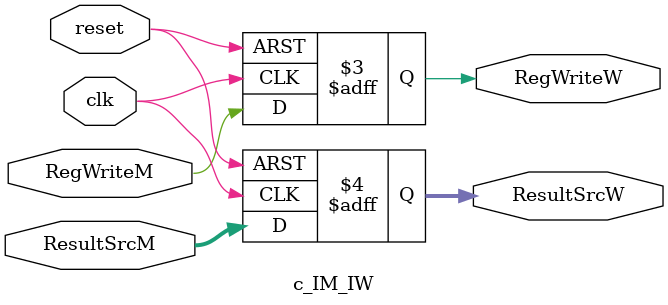
<source format=v>
module c_IM_IW (input wire clk, reset, 
                input wire RegWriteM, 
                input wire [1:0] ResultSrcM, 
                output reg RegWriteW, 
                output reg [1:0] ResultSrcW);

    always @( posedge clk or negedge reset ) begin
        if (!reset) begin
            RegWriteW <= 0;
            ResultSrcW <= 0;           
        end

        else begin
            RegWriteW <= RegWriteM;
            ResultSrcW <= ResultSrcM; // lol this wasted 1 hour
        end

    end

endmodule
</source>
